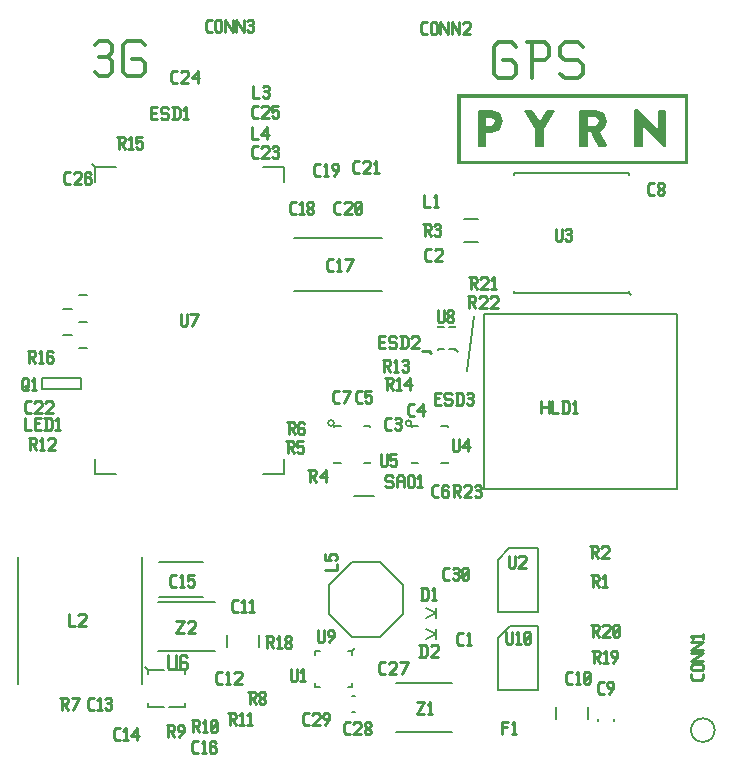
<source format=gbr>
G04 start of page 9 for group -4079 idx -4079 *
G04 Title: (unknown), topsilk *
G04 Creator: pcb 20140316 *
G04 CreationDate: Fri Aug 26 09:03:46 2016 UTC *
G04 For: clemi *
G04 Format: Gerber/RS-274X *
G04 PCB-Dimensions (mil): 6000.00 5000.00 *
G04 PCB-Coordinate-Origin: lower left *
%MOIN*%
%FSLAX25Y25*%
%LNTOPSILK*%
%ADD136C,0.0080*%
%ADD135C,0.0059*%
%ADD134C,0.0061*%
%ADD133C,0.0119*%
%ADD132C,0.0118*%
%ADD131C,0.0060*%
%ADD130C,0.0100*%
%ADD129C,0.0001*%
G54D129*G36*
X555863Y352275D02*X556194Y352590D01*
X556633D01*
X563594Y345889D01*
X563616D01*
Y352085D01*
X563947Y352416D01*
X566041D01*
X566372Y352085D01*
Y340339D01*
X566041Y340025D01*
X565759D01*
X565531Y340111D01*
X558641Y347040D01*
X558624D01*
Y340529D01*
X558288Y340198D01*
X556215D01*
X555884Y340529D01*
X555863Y352275D01*
G37*
G36*
X542253Y352416D02*X543108D01*
X545793Y351315D01*
X546911Y348646D01*
X546189Y346519D01*
X544328Y345141D01*
X546721Y340703D01*
X546423Y340198D01*
X544106D01*
X543824Y340356D01*
X542253Y343486D01*
Y347197D01*
X542880D01*
X543813Y347620D01*
X544209Y348591D01*
X543813Y349535D01*
X542880Y349921D01*
X542253D01*
Y352416D01*
G37*
G36*
X537558Y352085D02*X537889Y352416D01*
X542253D01*
Y349921D01*
X540297D01*
Y347197D01*
X542253D01*
Y343486D01*
X541502Y344983D01*
X540297D01*
Y340529D01*
X539966Y340198D01*
X537889D01*
X537558Y340529D01*
Y352085D01*
G37*
G36*
X573832Y334333D02*X535349D01*
Y335516D01*
X572649D01*
Y356469D01*
X535349D01*
Y357652D01*
X573832D01*
Y334333D01*
G37*
G36*
X535349D02*X496868D01*
Y357652D01*
X535349D01*
Y356469D01*
X498050D01*
Y335516D01*
X535349D01*
Y334333D01*
G37*
G36*
X522882Y346079D02*X519025Y351912D01*
X519307Y352416D01*
X521575D01*
X521851Y352259D01*
X524282Y348683D01*
X526707Y352259D01*
X526984Y352416D01*
X529251D01*
X529533Y351912D01*
X525622Y346096D01*
Y340529D01*
X525291Y340198D01*
X523213D01*
X522882Y340529D01*
Y346079D01*
G37*
G36*
X507962Y352416D02*X508261D01*
X511017Y351281D01*
X512167Y348559D01*
X511017Y345786D01*
X508277Y344631D01*
X507962D01*
Y347181D01*
X508103D01*
X509069Y347577D01*
X509481Y348559D01*
X509069Y349481D01*
X508103Y349850D01*
X507962D01*
Y352416D01*
G37*
G36*
X503725Y352085D02*X504056Y352416D01*
X507962D01*
Y349850D01*
X506443D01*
Y347181D01*
X507962D01*
Y344631D01*
X506443D01*
Y340529D01*
X506112Y340198D01*
X504056D01*
X503725Y340529D01*
Y352085D01*
G37*
G54D130*X485039Y272047D02*X487402D01*
X488189Y271260D01*
G54D131*X500000Y265354D02*X502362Y283858D01*
G54D132*X375984Y373921D02*X377459Y375396D01*
X380409D01*
X381884Y373921D01*
X380409Y363596D02*X381884Y365071D01*
X377459Y363596D02*X380409D01*
X375984Y365071D02*X377459Y363596D01*
Y370086D02*X380409D01*
X381884Y373921D02*Y371561D01*
Y368611D02*Y365071D01*
Y368611D02*X380409Y370086D01*
X381884Y371561D02*X380409Y370086D01*
X391324Y375396D02*X392799Y373921D01*
X386899Y375396D02*X391324D01*
X385424Y373921D02*X386899Y375396D01*
X385424Y373921D02*Y365071D01*
X386899Y363596D01*
X391324D01*
X392799Y365071D01*
Y368021D02*Y365071D01*
X391324Y369496D02*X392799Y368021D01*
X388374Y369496D02*X391324D01*
G54D133*X515054Y374870D02*X516544Y373380D01*
X510584Y374870D02*X515054D01*
X509094Y373380D02*X510584Y374870D01*
X509094Y373380D02*Y364440D01*
X510584Y362950D01*
X515054D01*
X516544Y364440D01*
Y367420D02*Y364440D01*
X515054Y368910D02*X516544Y367420D01*
X512074Y368910D02*X515054D01*
X521610Y374870D02*Y362950D01*
X520120Y374870D02*X526080D01*
X527570Y373380D01*
Y370400D01*
X526080Y368910D02*X527570Y370400D01*
X521610Y368910D02*X526080D01*
X537107Y374870D02*X538597Y373380D01*
X532637Y374870D02*X537107D01*
X531147Y373380D02*X532637Y374870D01*
X531147Y373380D02*Y370400D01*
X532637Y368910D01*
X537107D01*
X538597Y367420D01*
Y364440D01*
X537107Y362950D02*X538597Y364440D01*
X532637Y362950D02*X537107D01*
X531147Y364440D02*X532637Y362950D01*
G54D134*X514417Y180433D02*X510480Y176496D01*
Y159173D01*
X523866Y180433D02*Y159173D01*
X510480D02*X523866D01*
X514417Y180433D02*X523866D01*
X514256Y206232D02*X510319Y202295D01*
Y184972D01*
X523705Y206232D02*Y184972D01*
X510319D02*X523705D01*
X514256Y206232D02*X523705D01*
G54D135*X578697Y141720D02*G75*G03X578697Y141720I0J3937D01*G01*
X489622Y179484D02*Y175941D01*
Y177713D02*X486276Y179484D01*
X489622Y177713D02*X486276Y175941D01*
G54D134*X461755Y172146D02*X462739Y173130D01*
X460318Y172146D02*X461755D01*
Y170709D01*
X449550Y172146D02*X450987D01*
X449550D02*Y170709D01*
X461755Y161378D02*Y159941D01*
X460318D02*X461755D01*
X449550Y161378D02*Y159941D01*
X450987D01*
G54D135*X461776Y201614D02*X471224D01*
X461776Y176811D02*X471224D01*
X454098Y193937D02*Y184488D01*
X478902Y193937D02*Y184488D01*
X454098Y193937D02*X461776Y201614D01*
X471224Y176811D02*X478902Y184488D01*
X471224Y201614D02*X478902Y193937D01*
X461776Y176811D02*X454098Y184488D01*
G54D134*X455709Y247047D02*Y246791D01*
Y247047D02*X457933D01*
X455709Y235098D02*Y234843D01*
X457933D01*
X465689Y247047D02*X467913D01*
Y246791D01*
X465689Y234843D02*X467913D01*
Y235098D02*Y234843D01*
X453740Y248031D02*G75*G03X453740Y248031I984J0D01*G01*
G54D135*X462421Y223799D02*X469075D01*
G54D136*X461886Y157145D02*X462672D01*
X461886Y151635D02*X462672D01*
G54D134*X393898Y165630D02*X392913Y166614D01*
X393898Y165630D02*Y164291D01*
Y165630D02*X399173D01*
X393898Y153425D02*Y154764D01*
Y153425D02*X399173D01*
X406102Y165630D02*X400827D01*
X406102D02*Y164291D01*
Y153425D02*X400827D01*
X406102D02*Y154764D01*
G54D136*X430657Y177259D02*Y173323D01*
X420029Y177259D02*Y173323D01*
G54D135*X397390Y201866D02*X411957D01*
X397390Y190055D02*X411957D01*
X350539Y203244D02*Y161118D01*
X391878Y203244D02*Y161118D01*
X397193Y172043D02*X416091D01*
X397193Y188382D02*X416091D01*
G54D134*X481610Y246953D02*Y246697D01*
Y246953D02*X483835D01*
X481610Y235004D02*Y234748D01*
X483835D01*
X491591Y246953D02*X493815D01*
Y246697D01*
X491591Y234748D02*X493815D01*
Y235004D02*Y234748D01*
X479642Y247937D02*G75*G03X479642Y247937I984J0D01*G01*
G54D135*X489622Y186484D02*Y182941D01*
Y184713D02*X486276Y186484D01*
X489622Y184713D02*X486276Y182941D01*
G54D136*X549105Y149483D02*Y148697D01*
X543595Y149483D02*Y148697D01*
G54D135*X476307Y161382D02*X495205D01*
X476307Y145043D02*X495205D01*
G54D136*X540534Y153350D02*Y149414D01*
X529906Y153350D02*Y149414D01*
G54D134*X496161Y272638D02*X497146Y271654D01*
X496161Y272638D02*Y272402D01*
X494134Y272638D02*X496161D01*
Y280354D02*Y280118D01*
X494134D02*X496161D01*
X490453Y272638D02*X492480D01*
X490453D02*Y272402D01*
Y280118D02*X492480D01*
X490453Y280354D02*Y280118D01*
G54D136*X499095Y315945D02*X503819D01*
X499095Y308465D02*X503819D01*
G54D134*X553937Y291535D02*X554921Y290551D01*
X553937Y292087D02*Y291535D01*
X534685D02*X553937D01*
Y331299D02*Y330748D01*
X534685Y331299D02*X553937D01*
X515748Y291535D02*X535000D01*
X515748Y292087D02*Y291535D01*
Y331299D02*X535000D01*
X515748D02*Y330748D01*
G54D135*X569941Y284339D02*Y226071D01*
X505689Y284339D02*Y226071D01*
Y284339D02*X569941D01*
X505689Y226071D02*X569941D01*
X442323Y309646D02*X471850D01*
X442323Y291929D02*X471850D01*
X370689Y290728D02*X373406D01*
X365571Y286004D02*X368287D01*
X370689Y281673D02*X373406D01*
X365571Y277343D02*X368287D01*
X370689Y273012D02*X373406D01*
G54D134*X358484Y263181D02*Y259244D01*
X371476Y263181D02*Y259244D01*
X358484D02*X371476D01*
X358484Y263181D02*X371476D01*
X376122Y333441D02*X375138Y334425D01*
X376122Y333441D02*Y328362D01*
Y333441D02*X383169D01*
X376122Y236157D02*Y231079D01*
X383169D01*
X432067Y333441D02*X439114D01*
Y328362D01*
X432067Y231079D02*X439114D01*
Y236157D02*Y231079D01*
G54D130*X489283Y223346D02*X490583D01*
X488583Y224046D02*X489283Y223346D01*
X488583Y226646D02*Y224046D01*
Y226646D02*X489283Y227346D01*
X490583D01*
X493283D02*X493783Y226846D01*
X492283Y227346D02*X493283D01*
X491783Y226846D02*X492283Y227346D01*
X491783Y226846D02*Y223846D01*
X492283Y223346D01*
X493283Y225546D02*X493783Y225046D01*
X491783Y225546D02*X493283D01*
X492283Y223346D02*X493283D01*
X493783Y223846D01*
Y225046D02*Y223846D01*
X492826Y195787D02*X494126D01*
X492126Y196487D02*X492826Y195787D01*
X492126Y199087D02*Y196487D01*
Y199087D02*X492826Y199787D01*
X494126D01*
X495326Y199287D02*X495826Y199787D01*
X496826D01*
X497326Y199287D01*
X496826Y195787D02*X497326Y196287D01*
X495826Y195787D02*X496826D01*
X495326Y196287D02*X495826Y195787D01*
Y197987D02*X496826D01*
X497326Y199287D02*Y198487D01*
Y197487D02*Y196287D01*
Y197487D02*X496826Y197987D01*
X497326Y198487D02*X496826Y197987D01*
X498526Y196287D02*X499026Y195787D01*
X498526Y199287D02*Y196287D01*
Y199287D02*X499026Y199787D01*
X500026D01*
X500526Y199287D01*
Y196287D01*
X500026Y195787D02*X500526Y196287D01*
X499026Y195787D02*X500026D01*
X498526Y196787D02*X500526Y198787D01*
X497550Y174134D02*X498850D01*
X496850Y174834D02*X497550Y174134D01*
X496850Y177434D02*Y174834D01*
Y177434D02*X497550Y178134D01*
X498850D01*
X500050Y177334D02*X500850Y178134D01*
Y174134D01*
X500050D02*X501550D01*
X485543Y377677D02*X486843D01*
X484843Y378377D02*X485543Y377677D01*
X484843Y380977D02*Y378377D01*
Y380977D02*X485543Y381677D01*
X486843D01*
X488043Y381177D02*Y378177D01*
Y381177D02*X488543Y381677D01*
X489543D01*
X490043Y381177D01*
Y378177D01*
X489543Y377677D02*X490043Y378177D01*
X488543Y377677D02*X489543D01*
X488043Y378177D02*X488543Y377677D01*
X491243Y381677D02*Y377677D01*
Y381677D02*X493743Y377677D01*
Y381677D02*Y377677D01*
X494943Y381677D02*Y377677D01*
Y381677D02*X497443Y377677D01*
Y381677D02*Y377677D01*
X498643Y381177D02*X499143Y381677D01*
X500643D01*
X501143Y381177D01*
Y380177D01*
X498643Y377677D02*X501143Y380177D01*
X498643Y377677D02*X501143D01*
X495276Y242701D02*Y239201D01*
X495776Y238701D01*
X496776D01*
X497276Y239201D01*
Y242701D02*Y239201D01*
X498476Y240201D02*X500476Y242701D01*
X498476Y240201D02*X500976D01*
X500476Y242701D02*Y238701D01*
X490354Y285614D02*Y282114D01*
X490854Y281614D01*
X491854D01*
X492354Y282114D01*
Y285614D02*Y282114D01*
X493554D02*X494054Y281614D01*
X493554Y282914D02*Y282114D01*
Y282914D02*X494254Y283614D01*
X494854D01*
X495554Y282914D01*
Y282114D01*
X495054Y281614D02*X495554Y282114D01*
X494054Y281614D02*X495054D01*
X493554Y284314D02*X494254Y283614D01*
X493554Y285114D02*Y284314D01*
Y285114D02*X494054Y285614D01*
X495054D01*
X495554Y285114D01*
Y284314D01*
X494854Y283614D02*X495554Y284314D01*
X489370Y256255D02*X490870D01*
X489370Y254055D02*X491370D01*
X489370Y258055D02*Y254055D01*
Y258055D02*X491370D01*
X494570D02*X495070Y257555D01*
X493070Y258055D02*X494570D01*
X492570Y257555D02*X493070Y258055D01*
X492570Y257555D02*Y256555D01*
X493070Y256055D01*
X494570D01*
X495070Y255555D01*
Y254555D01*
X494570Y254055D02*X495070Y254555D01*
X493070Y254055D02*X494570D01*
X492570Y254555D02*X493070Y254055D01*
X496770Y258055D02*Y254055D01*
X498070Y258055D02*X498770Y257355D01*
Y254755D01*
X498070Y254055D02*X498770Y254755D01*
X496270Y254055D02*X498070D01*
X496270Y258055D02*X498070D01*
X499970Y257555D02*X500470Y258055D01*
X501470D01*
X501970Y257555D01*
X501470Y254055D02*X501970Y254555D01*
X500470Y254055D02*X501470D01*
X499970Y254555D02*X500470Y254055D01*
Y256255D02*X501470D01*
X501970Y257555D02*Y256755D01*
Y255755D02*Y254555D01*
Y255755D02*X501470Y256255D01*
X501970Y256755D02*X501470Y256255D01*
X529724Y312780D02*Y309280D01*
X530224Y308780D01*
X531224D01*
X531724Y309280D01*
Y312780D02*Y309280D01*
X532924Y312280D02*X533424Y312780D01*
X534424D01*
X534924Y312280D01*
X534424Y308780D02*X534924Y309280D01*
X533424Y308780D02*X534424D01*
X532924Y309280D02*X533424Y308780D01*
Y310980D02*X534424D01*
X534924Y312280D02*Y311480D01*
Y310480D02*Y309280D01*
Y310480D02*X534424Y310980D01*
X534924Y311480D02*X534424Y310980D01*
X561211Y324134D02*X562511D01*
X560511Y324834D02*X561211Y324134D01*
X560511Y327434D02*Y324834D01*
Y327434D02*X561211Y328134D01*
X562511D01*
X563711Y324634D02*X564211Y324134D01*
X563711Y325434D02*Y324634D01*
Y325434D02*X564411Y326134D01*
X565011D01*
X565711Y325434D01*
Y324634D01*
X565211Y324134D02*X565711Y324634D01*
X564211Y324134D02*X565211D01*
X563711Y326834D02*X564411Y326134D01*
X563711Y327634D02*Y326834D01*
Y327634D02*X564211Y328134D01*
X565211D01*
X565711Y327634D01*
Y326834D01*
X565011Y326134D02*X565711Y326834D01*
X500787Y296638D02*X502787D01*
X503287Y296138D01*
Y295138D01*
X502787Y294638D02*X503287Y295138D01*
X501287Y294638D02*X502787D01*
X501287Y296638D02*Y292638D01*
X502087Y294638D02*X503287Y292638D01*
X504487Y296138D02*X504987Y296638D01*
X506487D01*
X506987Y296138D01*
Y295138D01*
X504487Y292638D02*X506987Y295138D01*
X504487Y292638D02*X506987D01*
X508187Y295838D02*X508987Y296638D01*
Y292638D01*
X508187D02*X509687D01*
X500394Y290339D02*X502394D01*
X502894Y289839D01*
Y288839D01*
X502394Y288339D02*X502894Y288839D01*
X500894Y288339D02*X502394D01*
X500894Y290339D02*Y286339D01*
X501694Y288339D02*X502894Y286339D01*
X504094Y289839D02*X504594Y290339D01*
X506094D01*
X506594Y289839D01*
Y288839D01*
X504094Y286339D02*X506594Y288839D01*
X504094Y286339D02*X506594D01*
X507794Y289839D02*X508294Y290339D01*
X509794D01*
X510294Y289839D01*
Y288839D01*
X507794Y286339D02*X510294Y288839D01*
X507794Y286339D02*X510294D01*
X524803Y255299D02*Y251299D01*
X527303Y255299D02*Y251299D01*
X524803Y253299D02*X527303D01*
X528503Y255299D02*Y251299D01*
X530503D01*
X532203Y255299D02*Y251299D01*
X533503Y255299D02*X534203Y254599D01*
Y251999D01*
X533503Y251299D02*X534203Y251999D01*
X531703Y251299D02*X533503D01*
X531703Y255299D02*X533503D01*
X535403Y254499D02*X536203Y255299D01*
Y251299D01*
X535403D02*X536903D01*
X541481Y180826D02*X543481D01*
X543981Y180326D01*
Y179326D01*
X543481Y178826D02*X543981Y179326D01*
X541981Y178826D02*X543481D01*
X541981Y180826D02*Y176826D01*
X542781Y178826D02*X543981Y176826D01*
X545181Y180326D02*X545681Y180826D01*
X547181D01*
X547681Y180326D01*
Y179326D01*
X545181Y176826D02*X547681Y179326D01*
X545181Y176826D02*X547681D01*
X548881Y177326D02*X549381Y176826D01*
X548881Y180326D02*Y177326D01*
Y180326D02*X549381Y180826D01*
X550381D01*
X550881Y180326D01*
Y177326D01*
X550381Y176826D02*X550881Y177326D01*
X549381Y176826D02*X550381D01*
X548881Y177826D02*X550881Y179826D01*
X541853Y172095D02*X543853D01*
X544353Y171595D01*
Y170595D01*
X543853Y170095D02*X544353Y170595D01*
X542353Y170095D02*X543853D01*
X542353Y172095D02*Y168095D01*
X543153Y170095D02*X544353Y168095D01*
X545553Y171295D02*X546353Y172095D01*
Y168095D01*
X545553D02*X547053D01*
X548753D02*X550253Y170095D01*
Y171595D02*Y170095D01*
X549753Y172095D02*X550253Y171595D01*
X548753Y172095D02*X549753D01*
X548253Y171595D02*X548753Y172095D01*
X548253Y171595D02*Y170595D01*
X548753Y170095D01*
X550253D01*
X541103Y206952D02*X543103D01*
X543603Y206452D01*
Y205452D01*
X543103Y204952D02*X543603Y205452D01*
X541603Y204952D02*X543103D01*
X541603Y206952D02*Y202952D01*
X542403Y204952D02*X543603Y202952D01*
X544803Y206452D02*X545303Y206952D01*
X546803D01*
X547303Y206452D01*
Y205452D01*
X544803Y202952D02*X547303Y205452D01*
X544803Y202952D02*X547303D01*
X541519Y197319D02*X543519D01*
X544019Y196819D01*
Y195819D01*
X543519Y195319D02*X544019Y195819D01*
X542019Y195319D02*X543519D01*
X542019Y197319D02*Y193319D01*
X542819Y195319D02*X544019Y193319D01*
X545219Y196519D02*X546019Y197319D01*
Y193319D01*
X545219D02*X546719D01*
X514043Y203866D02*Y200366D01*
X514543Y199866D01*
X515543D01*
X516043Y200366D01*
Y203866D02*Y200366D01*
X517243Y203366D02*X517743Y203866D01*
X519243D01*
X519743Y203366D01*
Y202366D01*
X517243Y199866D02*X519743Y202366D01*
X517243Y199866D02*X519743D01*
X513236Y178461D02*Y174961D01*
X513736Y174461D01*
X514736D01*
X515236Y174961D01*
Y178461D02*Y174961D01*
X516436Y177661D02*X517236Y178461D01*
Y174461D01*
X516436D02*X517936D01*
X519136Y174961D02*X519636Y174461D01*
X519136Y177961D02*Y174961D01*
Y177961D02*X519636Y178461D01*
X520636D01*
X521136Y177961D01*
Y174961D01*
X520636Y174461D02*X521136Y174961D01*
X519636Y174461D02*X520636D01*
X519136Y175461D02*X521136Y177461D01*
X511807Y148524D02*Y144524D01*
Y148524D02*X513807D01*
X511807Y146724D02*X513307D01*
X515007Y147724D02*X515807Y148524D01*
Y144524D01*
X515007D02*X516507D01*
X544294Y157764D02*X545594D01*
X543594Y158464D02*X544294Y157764D01*
X543594Y161064D02*Y158464D01*
Y161064D02*X544294Y161764D01*
X545594D01*
X547294Y157764D02*X548794Y159764D01*
Y161264D02*Y159764D01*
X548294Y161764D02*X548794Y161264D01*
X547294Y161764D02*X548294D01*
X546794Y161264D02*X547294Y161764D01*
X546794Y161264D02*Y160264D01*
X547294Y159764D01*
X548794D01*
X533770Y161142D02*X535070D01*
X533070Y161842D02*X533770Y161142D01*
X533070Y164442D02*Y161842D01*
Y164442D02*X533770Y165142D01*
X535070D01*
X536270Y164342D02*X537070Y165142D01*
Y161142D01*
X536270D02*X537770D01*
X538970Y161642D02*X539470Y161142D01*
X538970Y164642D02*Y161642D01*
Y164642D02*X539470Y165142D01*
X540470D01*
X540970Y164642D01*
Y161642D01*
X540470Y161142D02*X540970Y161642D01*
X539470Y161142D02*X540470D01*
X538970Y162142D02*X540970Y164142D01*
X578776Y164390D02*Y163090D01*
X578076Y162390D02*X578776Y163090D01*
X575476Y162390D02*X578076D01*
X575476D02*X574776Y163090D01*
Y164390D02*Y163090D01*
X575276Y165590D02*X578276D01*
X575276D02*X574776Y166090D01*
Y167090D02*Y166090D01*
Y167090D02*X575276Y167590D01*
X578276D01*
X578776Y167090D02*X578276Y167590D01*
X578776Y167090D02*Y166090D01*
X578276Y165590D02*X578776Y166090D01*
X574776Y168790D02*X578776D01*
X574776D02*X578776Y171290D01*
X574776D02*X578776D01*
X574776Y172490D02*X578776D01*
X574776D02*X578776Y174990D01*
X574776D02*X578776D01*
X575576Y176190D02*X574776Y176990D01*
X578776D01*
Y177690D02*Y176190D01*
X404724Y284433D02*Y280933D01*
X405224Y280433D01*
X406224D01*
X406724Y280933D01*
Y284433D02*Y280933D01*
X408424Y280433D02*X410424Y284433D01*
X407924D02*X410424D01*
X394882Y351531D02*X396382D01*
X394882Y349331D02*X396882D01*
X394882Y353331D02*Y349331D01*
Y353331D02*X396882D01*
X400082D02*X400582Y352831D01*
X398582Y353331D02*X400082D01*
X398082Y352831D02*X398582Y353331D01*
X398082Y352831D02*Y351831D01*
X398582Y351331D01*
X400082D01*
X400582Y350831D01*
Y349831D01*
X400082Y349331D02*X400582Y349831D01*
X398582Y349331D02*X400082D01*
X398082Y349831D02*X398582Y349331D01*
X402282Y353331D02*Y349331D01*
X403582Y353331D02*X404282Y352631D01*
Y350031D01*
X403582Y349331D02*X404282Y350031D01*
X401782Y349331D02*X403582D01*
X401782Y353331D02*X403582D01*
X405482Y352531D02*X406282Y353331D01*
Y349331D01*
X405482D02*X406982D01*
X383485Y343484D02*X385485D01*
X385985Y342984D01*
Y341984D01*
X385485Y341484D02*X385985Y341984D01*
X383985Y341484D02*X385485D01*
X383985Y343484D02*Y339484D01*
X384785Y341484D02*X385985Y339484D01*
X387185Y342684D02*X387985Y343484D01*
Y339484D01*
X387185D02*X388685D01*
X389885Y343484D02*X391885D01*
X389885D02*Y341484D01*
X390385Y341984D01*
X391385D01*
X391885Y341484D01*
Y339984D01*
X391385Y339484D02*X391885Y339984D01*
X390385Y339484D02*X391385D01*
X389885Y339984D02*X390385Y339484D01*
X402176Y361532D02*X403476D01*
X401476Y362232D02*X402176Y361532D01*
X401476Y364832D02*Y362232D01*
Y364832D02*X402176Y365532D01*
X403476D01*
X404676Y365032D02*X405176Y365532D01*
X406676D01*
X407176Y365032D01*
Y364032D01*
X404676Y361532D02*X407176Y364032D01*
X404676Y361532D02*X407176D01*
X408376Y363032D02*X410376Y365532D01*
X408376Y363032D02*X410876D01*
X410376Y365532D02*Y361532D01*
X413731Y378461D02*X415031D01*
X413031Y379161D02*X413731Y378461D01*
X413031Y381761D02*Y379161D01*
Y381761D02*X413731Y382461D01*
X415031D01*
X416231Y381961D02*Y378961D01*
Y381961D02*X416731Y382461D01*
X417731D01*
X418231Y381961D01*
Y378961D01*
X417731Y378461D02*X418231Y378961D01*
X416731Y378461D02*X417731D01*
X416231Y378961D02*X416731Y378461D01*
X419432Y382461D02*Y378461D01*
Y382461D02*X421932Y378461D01*
Y382461D02*Y378461D01*
X423132Y382461D02*Y378461D01*
Y382461D02*X425632Y378461D01*
Y382461D02*Y378461D01*
X426832Y381961D02*X427332Y382461D01*
X428332D01*
X428832Y381961D01*
X428332Y378461D02*X428832Y378961D01*
X427332Y378461D02*X428332D01*
X426832Y378961D02*X427332Y378461D01*
Y380661D02*X428332D01*
X428832Y381961D02*Y381161D01*
Y380161D02*Y378961D01*
Y380161D02*X428332Y380661D01*
X428832Y381161D02*X428332Y380661D01*
X366448Y327677D02*X367748D01*
X365748Y328377D02*X366448Y327677D01*
X365748Y330977D02*Y328377D01*
Y330977D02*X366448Y331677D01*
X367748D01*
X368948Y331177D02*X369448Y331677D01*
X370948D01*
X371448Y331177D01*
Y330177D01*
X368948Y327677D02*X371448Y330177D01*
X368948Y327677D02*X371448D01*
X374148Y331677D02*X374648Y331177D01*
X373148Y331677D02*X374148D01*
X372648Y331177D02*X373148Y331677D01*
X372648Y331177D02*Y328177D01*
X373148Y327677D01*
X374148Y329877D02*X374648Y329377D01*
X372648Y329877D02*X374148D01*
X373148Y327677D02*X374148D01*
X374648Y328177D01*
Y329377D02*Y328177D01*
X486920Y302087D02*X488220D01*
X486220Y302787D02*X486920Y302087D01*
X486220Y305387D02*Y302787D01*
Y305387D02*X486920Y306087D01*
X488220D01*
X489420Y305587D02*X489920Y306087D01*
X491420D01*
X491920Y305587D01*
Y304587D01*
X489420Y302087D02*X491920Y304587D01*
X489420Y302087D02*X491920D01*
X485433Y314354D02*X487433D01*
X487933Y313854D01*
Y312854D01*
X487433Y312354D02*X487933Y312854D01*
X485933Y312354D02*X487433D01*
X485933Y314354D02*Y310354D01*
X486733Y312354D02*X487933Y310354D01*
X489133Y313854D02*X489633Y314354D01*
X490633D01*
X491133Y313854D01*
X490633Y310354D02*X491133Y310854D01*
X489633Y310354D02*X490633D01*
X489133Y310854D02*X489633Y310354D01*
Y312554D02*X490633D01*
X491133Y313854D02*Y313054D01*
Y312054D02*Y310854D01*
Y312054D02*X490633Y312554D01*
X491133Y313054D02*X490633Y312554D01*
X485827Y324197D02*Y320197D01*
X487827D01*
X489027Y323397D02*X489827Y324197D01*
Y320197D01*
X489027D02*X490527D01*
X456606Y317835D02*X457906D01*
X455906Y318535D02*X456606Y317835D01*
X455906Y321135D02*Y318535D01*
Y321135D02*X456606Y321835D01*
X457906D01*
X459106Y321335D02*X459606Y321835D01*
X461106D01*
X461606Y321335D01*
Y320335D01*
X459106Y317835D02*X461606Y320335D01*
X459106Y317835D02*X461606D01*
X462806Y318335D02*X463306Y317835D01*
X462806Y321335D02*Y318335D01*
Y321335D02*X463306Y321835D01*
X464306D01*
X464806Y321335D01*
Y318335D01*
X464306Y317835D02*X464806Y318335D01*
X463306Y317835D02*X464306D01*
X462806Y318835D02*X464806Y320835D01*
X462905Y331221D02*X464205D01*
X462205Y331921D02*X462905Y331221D01*
X462205Y334521D02*Y331921D01*
Y334521D02*X462905Y335221D01*
X464205D01*
X465405Y334721D02*X465905Y335221D01*
X467405D01*
X467905Y334721D01*
Y333721D01*
X465405Y331221D02*X467905Y333721D01*
X465405Y331221D02*X467905D01*
X469105Y334421D02*X469905Y335221D01*
Y331221D01*
X469105D02*X470605D01*
X449913Y330433D02*X451213D01*
X449213Y331133D02*X449913Y330433D01*
X449213Y333733D02*Y331133D01*
Y333733D02*X449913Y334433D01*
X451213D01*
X452413Y333633D02*X453213Y334433D01*
Y330433D01*
X452413D02*X453913D01*
X455613D02*X457113Y332433D01*
Y333933D02*Y332433D01*
X456613Y334433D02*X457113Y333933D01*
X455613Y334433D02*X456613D01*
X455113Y333933D02*X455613Y334433D01*
X455113Y333933D02*Y332933D01*
X455613Y332433D01*
X457113D01*
X441645Y317835D02*X442945D01*
X440945Y318535D02*X441645Y317835D01*
X440945Y321135D02*Y318535D01*
Y321135D02*X441645Y321835D01*
X442945D01*
X444145Y321035D02*X444945Y321835D01*
Y317835D01*
X444145D02*X445645D01*
X446845Y318335D02*X447345Y317835D01*
X446845Y319135D02*Y318335D01*
Y319135D02*X447545Y319835D01*
X448145D01*
X448845Y319135D01*
Y318335D01*
X448345Y317835D02*X448845Y318335D01*
X447345Y317835D02*X448345D01*
X446845Y320535D02*X447545Y319835D01*
X446845Y321335D02*Y320535D01*
Y321335D02*X447345Y321835D01*
X448345D01*
X448845Y321335D01*
Y320535D01*
X448145Y319835D02*X448845Y320535D01*
X429046Y336339D02*X430346D01*
X428346Y337039D02*X429046Y336339D01*
X428346Y339639D02*Y337039D01*
Y339639D02*X429046Y340339D01*
X430346D01*
X431546Y339839D02*X432046Y340339D01*
X433546D01*
X434046Y339839D01*
Y338839D01*
X431546Y336339D02*X434046Y338839D01*
X431546Y336339D02*X434046D01*
X435246Y339839D02*X435746Y340339D01*
X436746D01*
X437246Y339839D01*
X436746Y336339D02*X437246Y336839D01*
X435746Y336339D02*X436746D01*
X435246Y336839D02*X435746Y336339D01*
Y338539D02*X436746D01*
X437246Y339839D02*Y339039D01*
Y338039D02*Y336839D01*
Y338039D02*X436746Y338539D01*
X437246Y339039D02*X436746Y338539D01*
X428740Y360417D02*Y356417D01*
X430740D01*
X431940Y359917D02*X432440Y360417D01*
X433440D01*
X433940Y359917D01*
X433440Y356417D02*X433940Y356917D01*
X432440Y356417D02*X433440D01*
X431940Y356917D02*X432440Y356417D01*
Y358617D02*X433440D01*
X433940Y359917D02*Y359117D01*
Y358117D02*Y356917D01*
Y358117D02*X433440Y358617D01*
X433940Y359117D02*X433440Y358617D01*
X428346Y346638D02*Y342638D01*
X430346D01*
X431546Y344138D02*X433546Y346638D01*
X431546Y344138D02*X434046D01*
X433546Y346638D02*Y342638D01*
X429046Y349724D02*X430346D01*
X428346Y350424D02*X429046Y349724D01*
X428346Y353024D02*Y350424D01*
Y353024D02*X429046Y353724D01*
X430346D01*
X431546Y353224D02*X432046Y353724D01*
X433546D01*
X434046Y353224D01*
Y352224D01*
X431546Y349724D02*X434046Y352224D01*
X431546Y349724D02*X434046D01*
X435246Y353724D02*X437246D01*
X435246D02*Y351724D01*
X435746Y352224D01*
X436746D01*
X437246Y351724D01*
Y350224D01*
X436746Y349724D02*X437246Y350224D01*
X435746Y349724D02*X436746D01*
X435246Y350224D02*X435746Y349724D01*
X470866Y275153D02*X472366D01*
X470866Y272953D02*X472866D01*
X470866Y276953D02*Y272953D01*
Y276953D02*X472866D01*
X476066D02*X476566Y276453D01*
X474566Y276953D02*X476066D01*
X474066Y276453D02*X474566Y276953D01*
X474066Y276453D02*Y275453D01*
X474566Y274953D01*
X476066D01*
X476566Y274453D01*
Y273453D01*
X476066Y272953D02*X476566Y273453D01*
X474566Y272953D02*X476066D01*
X474066Y273453D02*X474566Y272953D01*
X478266Y276953D02*Y272953D01*
X479566Y276953D02*X480266Y276253D01*
Y273653D01*
X479566Y272953D02*X480266Y273653D01*
X477766Y272953D02*X479566D01*
X477766Y276953D02*X479566D01*
X481466Y276453D02*X481966Y276953D01*
X483466D01*
X483966Y276453D01*
Y275453D01*
X481466Y272953D02*X483966Y275453D01*
X481466Y272953D02*X483966D01*
X472047Y269079D02*X474047D01*
X474547Y268579D01*
Y267579D01*
X474047Y267079D02*X474547Y267579D01*
X472547Y267079D02*X474047D01*
X472547Y269079D02*Y265079D01*
X473347Y267079D02*X474547Y265079D01*
X475747Y268279D02*X476547Y269079D01*
Y265079D01*
X475747D02*X477247D01*
X478447Y268579D02*X478947Y269079D01*
X479947D01*
X480447Y268579D01*
X479947Y265079D02*X480447Y265579D01*
X478947Y265079D02*X479947D01*
X478447Y265579D02*X478947Y265079D01*
Y267279D02*X479947D01*
X480447Y268579D02*Y267779D01*
Y266779D02*Y265579D01*
Y266779D02*X479947Y267279D01*
X480447Y267779D02*X479947Y267279D01*
X472835Y263173D02*X474835D01*
X475335Y262673D01*
Y261673D01*
X474835Y261173D02*X475335Y261673D01*
X473335Y261173D02*X474835D01*
X473335Y263173D02*Y259173D01*
X474135Y261173D02*X475335Y259173D01*
X476535Y262373D02*X477335Y263173D01*
Y259173D01*
X476535D02*X478035D01*
X479235Y260673D02*X481235Y263173D01*
X479235Y260673D02*X481735D01*
X481235Y263173D02*Y259173D01*
X473535Y245787D02*X474835D01*
X472835Y246487D02*X473535Y245787D01*
X472835Y249087D02*Y246487D01*
Y249087D02*X473535Y249787D01*
X474835D01*
X476035Y249287D02*X476535Y249787D01*
X477535D01*
X478035Y249287D01*
X477535Y245787D02*X478035Y246287D01*
X476535Y245787D02*X477535D01*
X476035Y246287D02*X476535Y245787D01*
Y247987D02*X477535D01*
X478035Y249287D02*Y248487D01*
Y247487D02*Y246287D01*
Y247487D02*X477535Y247987D01*
X478035Y248487D02*X477535Y247987D01*
X481015Y250512D02*X482315D01*
X480315Y251212D02*X481015Y250512D01*
X480315Y253812D02*Y251212D01*
Y253812D02*X481015Y254512D01*
X482315D01*
X483515Y252012D02*X485515Y254512D01*
X483515Y252012D02*X486015D01*
X485515Y254512D02*Y250512D01*
X454243Y298543D02*X455543D01*
X453543Y299243D02*X454243Y298543D01*
X453543Y301843D02*Y299243D01*
Y301843D02*X454243Y302543D01*
X455543D01*
X456743Y301743D02*X457543Y302543D01*
Y298543D01*
X456743D02*X458243D01*
X459943D02*X461943Y302543D01*
X459443D02*X461943D01*
X463692Y254843D02*X464992D01*
X462992Y255543D02*X463692Y254843D01*
X462992Y258143D02*Y255543D01*
Y258143D02*X463692Y258843D01*
X464992D01*
X466192D02*X468192D01*
X466192D02*Y256843D01*
X466692Y257343D01*
X467692D01*
X468192Y256843D01*
Y255343D01*
X467692Y254843D02*X468192Y255343D01*
X466692Y254843D02*X467692D01*
X466192Y255343D02*X466692Y254843D01*
X456212D02*X457512D01*
X455512Y255543D02*X456212Y254843D01*
X455512Y258143D02*Y255543D01*
Y258143D02*X456212Y258843D01*
X457512D01*
X459212Y254843D02*X461212Y258843D01*
X458712D02*X461212D01*
X440157Y248213D02*X442157D01*
X442657Y247713D01*
Y246713D01*
X442157Y246213D02*X442657Y246713D01*
X440657Y246213D02*X442157D01*
X440657Y248213D02*Y244213D01*
X441457Y246213D02*X442657Y244213D01*
X445357Y248213D02*X445857Y247713D01*
X444357Y248213D02*X445357D01*
X443857Y247713D02*X444357Y248213D01*
X443857Y247713D02*Y244713D01*
X444357Y244213D01*
X445357Y246413D02*X445857Y245913D01*
X443857Y246413D02*X445357D01*
X444357Y244213D02*X445357D01*
X445857Y244713D01*
Y245913D02*Y244713D01*
X353619Y272166D02*X355619D01*
X356119Y271666D01*
Y270666D01*
X355619Y270166D02*X356119Y270666D01*
X354119Y270166D02*X355619D01*
X354119Y272166D02*Y268166D01*
X354919Y270166D02*X356119Y268166D01*
X357319Y271366D02*X358119Y272166D01*
Y268166D01*
X357319D02*X358819D01*
X361519Y272166D02*X362019Y271666D01*
X360519Y272166D02*X361519D01*
X360019Y271666D02*X360519Y272166D01*
X360019Y271666D02*Y268666D01*
X360519Y268166D01*
X361519Y270366D02*X362019Y269866D01*
X360019Y270366D02*X361519D01*
X360519Y268166D02*X361519D01*
X362019Y268666D01*
Y269866D02*Y268666D01*
X352822Y249689D02*Y245689D01*
X354822D01*
X356022Y247889D02*X357522D01*
X356022Y245689D02*X358022D01*
X356022Y249689D02*Y245689D01*
Y249689D02*X358022D01*
X359722D02*Y245689D01*
X361022Y249689D02*X361722Y248989D01*
Y246389D01*
X361022Y245689D02*X361722Y246389D01*
X359222Y245689D02*X361022D01*
X359222Y249689D02*X361022D01*
X362922Y248889D02*X363722Y249689D01*
Y245689D01*
X362922D02*X364422D01*
X354004Y242894D02*X356004D01*
X356504Y242394D01*
Y241394D01*
X356004Y240894D02*X356504Y241394D01*
X354504Y240894D02*X356004D01*
X354504Y242894D02*Y238894D01*
X355304Y240894D02*X356504Y238894D01*
X357704Y242094D02*X358504Y242894D01*
Y238894D01*
X357704D02*X359204D01*
X360404Y242394D02*X360904Y242894D01*
X362404D01*
X362904Y242394D01*
Y241394D01*
X360404Y238894D02*X362904Y241394D01*
X360404Y238894D02*X362904D01*
X351803Y262457D02*Y259457D01*
Y262457D02*X352303Y262957D01*
X353303D01*
X353803Y262457D01*
Y259957D01*
X352803Y258957D02*X353803Y259957D01*
X352303Y258957D02*X352803D01*
X351803Y259457D02*X352303Y258957D01*
X352803Y260457D02*X353803Y258957D01*
X355003Y262157D02*X355803Y262957D01*
Y258957D01*
X355003D02*X356503D01*
X353361Y251237D02*X354661D01*
X352661Y251937D02*X353361Y251237D01*
X352661Y254537D02*Y251937D01*
Y254537D02*X353361Y255237D01*
X354661D01*
X355861Y254737D02*X356361Y255237D01*
X357861D01*
X358361Y254737D01*
Y253737D01*
X355861Y251237D02*X358361Y253737D01*
X355861Y251237D02*X358361D01*
X359561Y254737D02*X360061Y255237D01*
X361561D01*
X362061Y254737D01*
Y253737D01*
X359561Y251237D02*X362061Y253737D01*
X359561Y251237D02*X362061D01*
X374322Y152480D02*X375622D01*
X373622Y153180D02*X374322Y152480D01*
X373622Y155780D02*Y153180D01*
Y155780D02*X374322Y156480D01*
X375622D01*
X376822Y155680D02*X377622Y156480D01*
Y152480D01*
X376822D02*X378322D01*
X379522Y155980D02*X380022Y156480D01*
X381022D01*
X381522Y155980D01*
X381022Y152480D02*X381522Y152980D01*
X380022Y152480D02*X381022D01*
X379522Y152980D02*X380022Y152480D01*
Y154680D02*X381022D01*
X381522Y155980D02*Y155180D01*
Y154180D02*Y152980D01*
Y154180D02*X381022Y154680D01*
X381522Y155180D02*X381022Y154680D01*
X364567Y156480D02*X366567D01*
X367067Y155980D01*
Y154980D01*
X366567Y154480D02*X367067Y154980D01*
X365067Y154480D02*X366567D01*
X365067Y156480D02*Y152480D01*
X365867Y154480D02*X367067Y152480D01*
X368767D02*X370767Y156480D01*
X368267D02*X370767D01*
X367323Y184433D02*Y180433D01*
X369323D01*
X370523Y183933D02*X371023Y184433D01*
X372523D01*
X373023Y183933D01*
Y182933D01*
X370523Y180433D02*X373023Y182933D01*
X370523Y180433D02*X373023D01*
X422354Y185157D02*X423654D01*
X421654Y185857D02*X422354Y185157D01*
X421654Y188457D02*Y185857D01*
Y188457D02*X422354Y189157D01*
X423654D01*
X424854Y188357D02*X425654Y189157D01*
Y185157D01*
X424854D02*X426354D01*
X427554Y188357D02*X428354Y189157D01*
Y185157D01*
X427554D02*X429054D01*
X417235Y161142D02*X418535D01*
X416535Y161842D02*X417235Y161142D01*
X416535Y164442D02*Y161842D01*
Y164442D02*X417235Y165142D01*
X418535D01*
X419735Y164342D02*X420535Y165142D01*
Y161142D01*
X419735D02*X421235D01*
X422435Y164642D02*X422935Y165142D01*
X424435D01*
X424935Y164642D01*
Y163642D01*
X422435Y161142D02*X424935Y163642D01*
X422435Y161142D02*X424935D01*
X403244Y181925D02*X405744D01*
X403244Y177925D02*X405744Y181925D01*
X403244Y177925D02*X405744D01*
X406944Y181425D02*X407444Y181925D01*
X408944D01*
X409444Y181425D01*
Y180425D01*
X406944Y177925D02*X409444Y180425D01*
X406944Y177925D02*X409444D01*
X400591Y170562D02*Y166467D01*
X401176Y165882D01*
X402346D01*
X402931Y166467D01*
Y170562D02*Y166467D01*
X406090Y170562D02*X406675Y169977D01*
X404920Y170562D02*X406090D01*
X404335Y169977D02*X404920Y170562D01*
X404335Y169977D02*Y166467D01*
X404920Y165882D01*
X406090Y168456D02*X406675Y167871D01*
X404335Y168456D02*X406090D01*
X404920Y165882D02*X406090D01*
X406675Y166467D01*
Y167871D02*Y166467D01*
X382983Y142244D02*X384283D01*
X382283Y142944D02*X382983Y142244D01*
X382283Y145544D02*Y142944D01*
Y145544D02*X382983Y146244D01*
X384283D01*
X385483Y145444D02*X386283Y146244D01*
Y142244D01*
X385483D02*X386983D01*
X388183Y143744D02*X390183Y146244D01*
X388183Y143744D02*X390683D01*
X390183Y146244D02*Y142244D01*
X401881Y193425D02*X403181D01*
X401181Y194125D02*X401881Y193425D01*
X401181Y196725D02*Y194125D01*
Y196725D02*X401881Y197425D01*
X403181D01*
X404381Y196625D02*X405181Y197425D01*
Y193425D01*
X404381D02*X405881D01*
X407081Y197425D02*X409081D01*
X407081D02*Y195425D01*
X407581Y195925D01*
X408581D01*
X409081Y195425D01*
Y193925D01*
X408581Y193425D02*X409081Y193925D01*
X407581Y193425D02*X408581D01*
X407081Y193925D02*X407581Y193425D01*
X400045Y147303D02*X402045D01*
X402545Y146803D01*
Y145803D01*
X402045Y145303D02*X402545Y145803D01*
X400545Y145303D02*X402045D01*
X400545Y147303D02*Y143303D01*
X401345Y145303D02*X402545Y143303D01*
X404245D02*X405745Y145303D01*
Y146803D02*Y145303D01*
X405245Y147303D02*X405745Y146803D01*
X404245Y147303D02*X405245D01*
X403745Y146803D02*X404245Y147303D01*
X403745Y146803D02*Y145803D01*
X404245Y145303D01*
X405745D01*
X420472Y151362D02*X422472D01*
X422972Y150862D01*
Y149862D01*
X422472Y149362D02*X422972Y149862D01*
X420972Y149362D02*X422472D01*
X420972Y151362D02*Y147362D01*
X421772Y149362D02*X422972Y147362D01*
X424172Y150562D02*X424972Y151362D01*
Y147362D01*
X424172D02*X425672D01*
X426872Y150562D02*X427672Y151362D01*
Y147362D01*
X426872D02*X428372D01*
X409113Y138008D02*X410413D01*
X408413Y138708D02*X409113Y138008D01*
X408413Y141308D02*Y138708D01*
Y141308D02*X409113Y142008D01*
X410413D01*
X411613Y141208D02*X412413Y142008D01*
Y138008D01*
X411613D02*X413113D01*
X415813Y142008D02*X416313Y141508D01*
X414813Y142008D02*X415813D01*
X414313Y141508D02*X414813Y142008D01*
X414313Y141508D02*Y138508D01*
X414813Y138008D01*
X415813Y140208D02*X416313Y139708D01*
X414313Y140208D02*X415813D01*
X414813Y138008D02*X415813D01*
X416313Y138508D01*
Y139708D02*Y138508D01*
X408333Y148898D02*X410333D01*
X410833Y148398D01*
Y147398D01*
X410333Y146898D02*X410833Y147398D01*
X408833Y146898D02*X410333D01*
X408833Y148898D02*Y144898D01*
X409633Y146898D02*X410833Y144898D01*
X412033Y148098D02*X412833Y148898D01*
Y144898D01*
X412033D02*X413533D01*
X414733Y145398D02*X415233Y144898D01*
X414733Y148398D02*Y145398D01*
Y148398D02*X415233Y148898D01*
X416233D01*
X416733Y148398D01*
Y145398D01*
X416233Y144898D02*X416733Y145398D01*
X415233Y144898D02*X416233D01*
X414733Y145898D02*X416733Y147898D01*
X427165Y158449D02*X429165D01*
X429665Y157949D01*
Y156949D01*
X429165Y156449D02*X429665Y156949D01*
X427665Y156449D02*X429165D01*
X427665Y158449D02*Y154449D01*
X428465Y156449D02*X429665Y154449D01*
X430865Y154949D02*X431365Y154449D01*
X430865Y155749D02*Y154949D01*
Y155749D02*X431565Y156449D01*
X432165D01*
X432865Y155749D01*
Y154949D01*
X432365Y154449D02*X432865Y154949D01*
X431365Y154449D02*X432365D01*
X430865Y157149D02*X431565Y156449D01*
X430865Y157949D02*Y157149D01*
Y157949D02*X431365Y158449D01*
X432365D01*
X432865Y157949D01*
Y157149D01*
X432165Y156449D02*X432865Y157149D01*
X495276Y227346D02*X497276D01*
X497776Y226846D01*
Y225846D01*
X497276Y225346D02*X497776Y225846D01*
X495776Y225346D02*X497276D01*
X495776Y227346D02*Y223346D01*
X496576Y225346D02*X497776Y223346D01*
X498976Y226846D02*X499476Y227346D01*
X500976D01*
X501476Y226846D01*
Y225846D01*
X498976Y223346D02*X501476Y225846D01*
X498976Y223346D02*X501476D01*
X502676Y226846D02*X503176Y227346D01*
X504176D01*
X504676Y226846D01*
X504176Y223346D02*X504676Y223846D01*
X503176Y223346D02*X504176D01*
X502676Y223846D02*X503176Y223346D01*
Y225546D02*X504176D01*
X504676Y226846D02*Y226046D01*
Y225046D02*Y223846D01*
Y225046D02*X504176Y225546D01*
X504676Y226046D02*X504176Y225546D01*
X485146Y193094D02*Y189094D01*
X486446Y193094D02*X487146Y192394D01*
Y189794D01*
X486446Y189094D02*X487146Y189794D01*
X484646Y189094D02*X486446D01*
X484646Y193094D02*X486446D01*
X488346Y192294D02*X489146Y193094D01*
Y189094D01*
X488346D02*X489846D01*
X441339Y165929D02*Y162429D01*
X441839Y161929D01*
X442839D01*
X443339Y162429D01*
Y165929D02*Y162429D01*
X444539Y165129D02*X445339Y165929D01*
Y161929D01*
X444539D02*X446039D01*
X433071Y176953D02*X435071D01*
X435571Y176453D01*
Y175453D01*
X435071Y174953D02*X435571Y175453D01*
X433571Y174953D02*X435071D01*
X433571Y176953D02*Y172953D01*
X434371Y174953D02*X435571Y172953D01*
X436771Y176153D02*X437571Y176953D01*
Y172953D01*
X436771D02*X438271D01*
X439471Y173453D02*X439971Y172953D01*
X439471Y174253D02*Y173453D01*
Y174253D02*X440171Y174953D01*
X440771D01*
X441471Y174253D01*
Y173453D01*
X440971Y172953D02*X441471Y173453D01*
X439971Y172953D02*X440971D01*
X439471Y175653D02*X440171Y174953D01*
X439471Y176453D02*Y175653D01*
Y176453D02*X439971Y176953D01*
X440971D01*
X441471Y176453D01*
Y175653D01*
X440771Y174953D02*X441471Y175653D01*
X450394Y178879D02*Y175379D01*
X450894Y174879D01*
X451894D01*
X452394Y175379D01*
Y178879D02*Y175379D01*
X454094Y174879D02*X455594Y176879D01*
Y178379D02*Y176879D01*
X455094Y178879D02*X455594Y178379D01*
X454094Y178879D02*X455094D01*
X453594Y178379D02*X454094Y178879D01*
X453594Y178379D02*Y177379D01*
X454094Y176879D01*
X455594D01*
X471260Y237583D02*Y234083D01*
X471760Y233583D01*
X472760D01*
X473260Y234083D01*
Y237583D02*Y234083D01*
X474460Y237583D02*X476460D01*
X474460D02*Y235583D01*
X474960Y236083D01*
X475960D01*
X476460Y235583D01*
Y234083D01*
X475960Y233583D02*X476460Y234083D01*
X474960Y233583D02*X475960D01*
X474460Y234083D02*X474960Y233583D01*
X474913Y230654D02*X475413Y230154D01*
X473413Y230654D02*X474913D01*
X472913Y230154D02*X473413Y230654D01*
X472913Y230154D02*Y229154D01*
X473413Y228654D01*
X474913D01*
X475413Y228154D01*
Y227154D01*
X474913Y226654D02*X475413Y227154D01*
X473413Y226654D02*X474913D01*
X472913Y227154D02*X473413Y226654D01*
X476613Y229654D02*Y226654D01*
Y229654D02*X477313Y230654D01*
X478413D01*
X479113Y229654D01*
Y226654D01*
X476613Y228654D02*X479113D01*
X480313Y230154D02*Y227154D01*
Y230154D02*X480813Y230654D01*
X481813D01*
X482313Y230154D01*
Y227154D01*
X481813Y226654D02*X482313Y227154D01*
X480813Y226654D02*X481813D01*
X480313Y227154D02*X480813Y226654D01*
X483513Y229854D02*X484313Y230654D01*
Y226654D01*
X483513D02*X485013D01*
X439764Y241913D02*X441764D01*
X442264Y241413D01*
Y240413D01*
X441764Y239913D02*X442264Y240413D01*
X440264Y239913D02*X441764D01*
X440264Y241913D02*Y237913D01*
X441064Y239913D02*X442264Y237913D01*
X443464Y241913D02*X445464D01*
X443464D02*Y239913D01*
X443964Y240413D01*
X444964D01*
X445464Y239913D01*
Y238413D01*
X444964Y237913D02*X445464Y238413D01*
X443964Y237913D02*X444964D01*
X443464Y238413D02*X443964Y237913D01*
X447244Y232465D02*X449244D01*
X449744Y231965D01*
Y230965D01*
X449244Y230465D02*X449744Y230965D01*
X447744Y230465D02*X449244D01*
X447744Y232465D02*Y228465D01*
X448544Y230465D02*X449744Y228465D01*
X450944Y229965D02*X452944Y232465D01*
X450944Y229965D02*X453444D01*
X452944Y232465D02*Y228465D01*
X452736Y199016D02*X456736D01*
Y201016D02*Y199016D01*
X452736Y204216D02*Y202216D01*
X454736D01*
X454236Y202716D01*
Y203716D02*Y202716D01*
Y203716D02*X454736Y204216D01*
X456236D01*
X456736Y203716D02*X456236Y204216D01*
X456736Y203716D02*Y202716D01*
X456236Y202216D02*X456736Y202716D01*
X483303Y154961D02*X485803D01*
X483303Y150961D02*X485803Y154961D01*
X483303Y150961D02*X485803D01*
X487003Y154161D02*X487803Y154961D01*
Y150961D01*
X487003D02*X488503D01*
X459755Y144213D02*X461055D01*
X459055Y144913D02*X459755Y144213D01*
X459055Y147513D02*Y144913D01*
Y147513D02*X459755Y148213D01*
X461055D01*
X462255Y147713D02*X462755Y148213D01*
X464255D01*
X464755Y147713D01*
Y146713D01*
X462255Y144213D02*X464755Y146713D01*
X462255Y144213D02*X464755D01*
X465955Y144713D02*X466455Y144213D01*
X465955Y145513D02*Y144713D01*
Y145513D02*X466655Y146213D01*
X467255D01*
X467955Y145513D01*
Y144713D01*
X467455Y144213D02*X467955Y144713D01*
X466455Y144213D02*X467455D01*
X465955Y146913D02*X466655Y146213D01*
X465955Y147713D02*Y146913D01*
Y147713D02*X466455Y148213D01*
X467455D01*
X467955Y147713D01*
Y146913D01*
X467255Y146213D02*X467955Y146913D01*
X445976Y147362D02*X447276D01*
X445276Y148062D02*X445976Y147362D01*
X445276Y150662D02*Y148062D01*
Y150662D02*X445976Y151362D01*
X447276D01*
X448476Y150862D02*X448976Y151362D01*
X450476D01*
X450976Y150862D01*
Y149862D01*
X448476Y147362D02*X450976Y149862D01*
X448476Y147362D02*X450976D01*
X452676D02*X454176Y149362D01*
Y150862D02*Y149362D01*
X453676Y151362D02*X454176Y150862D01*
X452676Y151362D02*X453676D01*
X452176Y150862D02*X452676Y151362D01*
X452176Y150862D02*Y149862D01*
X452676Y149362D01*
X454176D01*
X484752Y174197D02*Y170197D01*
X486052Y174197D02*X486752Y173497D01*
Y170897D01*
X486052Y170197D02*X486752Y170897D01*
X484252Y170197D02*X486052D01*
X484252Y174197D02*X486052D01*
X487952Y173697D02*X488452Y174197D01*
X489952D01*
X490452Y173697D01*
Y172697D01*
X487952Y170197D02*X490452Y172697D01*
X487952Y170197D02*X490452D01*
X471566Y164291D02*X472866D01*
X470866Y164991D02*X471566Y164291D01*
X470866Y167591D02*Y164991D01*
Y167591D02*X471566Y168291D01*
X472866D01*
X474066Y167791D02*X474566Y168291D01*
X476066D01*
X476566Y167791D01*
Y166791D01*
X474066Y164291D02*X476566Y166791D01*
X474066Y164291D02*X476566D01*
X478266D02*X480266Y168291D01*
X477766D02*X480266D01*
M02*

</source>
